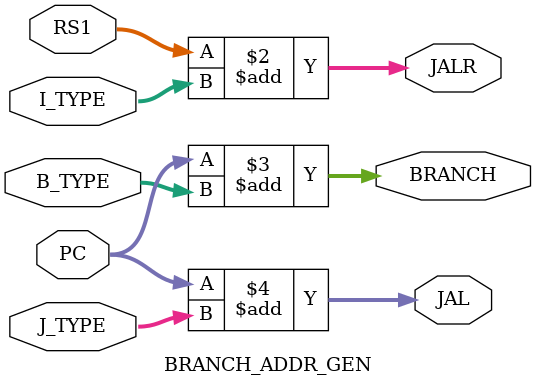
<source format=sv>
`timescale 1ns / 1ps


module BRANCH_ADDR_GEN(
    input [31:0] PC,            // current PC val
    input [31:0] J_TYPE,        // J_TYPE IMMED value
    input [31:0] B_TYPE,        // B_TYPE IMMED value
    input [31:0] I_TYPE,        // I_TYPE IMMED value
    input [31:0] RS1,           // Value in RS1
    output logic [31:0] JALR,         // Send JALR back to PC
    output logic [31:0] BRANCH,       // Send BRANCH value back to PC
    output logic [31:0] JAL           // Send JAL value back to PC
    );

    always_comb begin
        JALR = RS1 + I_TYPE;    // PC <- rs1 + sext(imm), note imm already sext from IMMED_GEN
        BRANCH = PC + B_TYPE;   // PC <- PC + sext(imm << 1), " ... IMMED_GEN"
        JAL = PC + J_TYPE;      // PC <- PC + sext(imm << 1), " ... IMMED_GEN"
    end

endmodule

</source>
